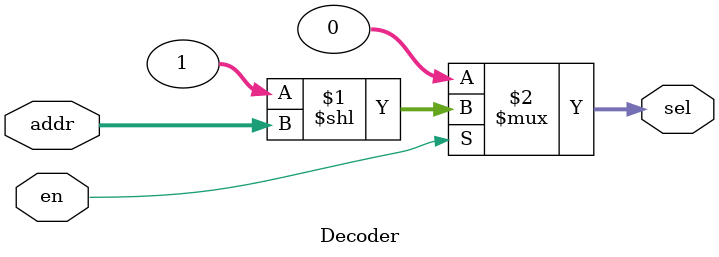
<source format=v>
module Decoder(
    input [4:0] addr,      // 5Î»ÊäÈëµØÖ·
    input en,              // Ê¹ÄÜÐÅºÅ
    output [31:0] sel      // 32Î»Ñ¡ÔñÐÅºÅ
);
     assign sel = (en ? (1 << addr) : 32'b0); // ½«µØÖ·½âÂëÎª¶ÔÓ¦µÄÑ¡ÔñÐÅºÅ
endmodule


</source>
